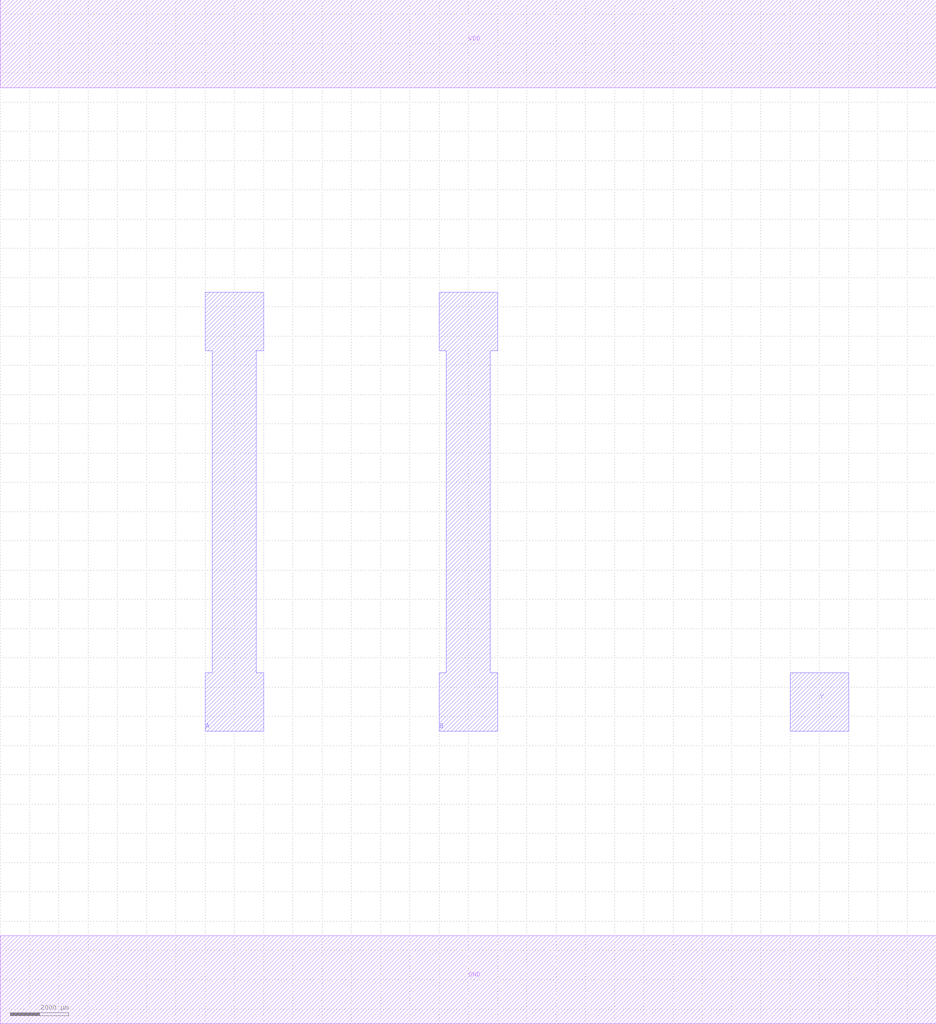
<source format=lef>
MACRO AND2X1
 CLASS CORE ;
 ORIGIN 0 0 ;
 FOREIGN AND2X1 0 0 ;
 SITE CORE ;
 SYMMETRY X Y R90 ;
  PIN VDD
   DIRECTION INOUT ;
   USE SIGNAL ;
   SHAPE ABUTMENT ;
    PORT
     CLASS CORE ;
       LAYER metal1 ;
        RECT 0.00000000 30500.00000000 32000.00000000 33500.00000000 ;
    END
  END VDD

  PIN GND
   DIRECTION INOUT ;
   USE SIGNAL ;
   SHAPE ABUTMENT ;
    PORT
     CLASS CORE ;
       LAYER metal1 ;
        RECT 0.00000000 -1500.00000000 32000.00000000 1500.00000000 ;
    END
  END GND

  PIN Y
   DIRECTION INOUT ;
   USE SIGNAL ;
   SHAPE ABUTMENT ;
    PORT
     CLASS CORE ;
       LAYER metal2 ;
        RECT 27000.00000000 8500.00000000 29000.00000000 10500.00000000 ;
    END
  END Y

  PIN B
   DIRECTION INOUT ;
   USE SIGNAL ;
   SHAPE ABUTMENT ;
    PORT
     CLASS CORE ;
       LAYER metal2 ;
        POLYGON 15000.00000000 8500.00000000 15000.00000000 10500.00000000 15250.00000000 10500.00000000 15250.00000000 21500.00000000 15000.00000000 21500.00000000 15000.00000000 23500.00000000 17000.00000000 23500.00000000 17000.00000000 21500.00000000 16750.00000000 21500.00000000 16750.00000000 10500.00000000 17000.00000000 10500.00000000 17000.00000000 8500.00000000 ;
    END
  END B

  PIN A
   DIRECTION INOUT ;
   USE SIGNAL ;
   SHAPE ABUTMENT ;
    PORT
     CLASS CORE ;
       LAYER metal2 ;
        POLYGON 7000.00000000 8500.00000000 7000.00000000 10500.00000000 7250.00000000 10500.00000000 7250.00000000 21500.00000000 7000.00000000 21500.00000000 7000.00000000 23500.00000000 9000.00000000 23500.00000000 9000.00000000 21500.00000000 8750.00000000 21500.00000000 8750.00000000 10500.00000000 9000.00000000 10500.00000000 9000.00000000 8500.00000000 ;
    END
  END A


END AND2X1

</source>
